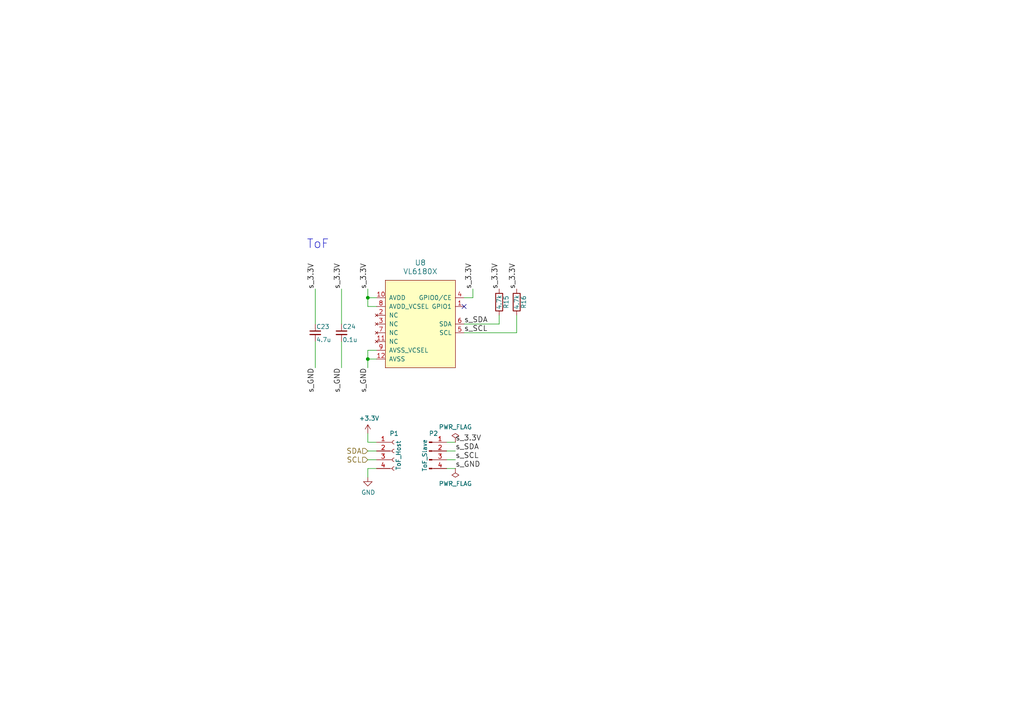
<source format=kicad_sch>
(kicad_sch (version 20230121) (generator eeschema)
  (paper "A4")
  (lib_symbols
    (symbol "Connector:Conn_01x04_Pin" (pin_names (offset 1.016) hide)
      (property "Reference" "J" (at 0 5.08 0))
      (property "Value" "Conn_01x04_Pin" (at 0 -7.62 0))
      (symbol "Conn_01x04_Pin_1_1"
        (polyline (pts (xy 1.27 -5.08) (xy 0.8636 -5.08)) (stroke (width 0.1524)))
        (polyline (pts (xy 1.27 -2.54) (xy 0.8636 -2.54)) (stroke (width 0.1524)))
        (polyline (pts (xy 1.27 0) (xy 0.8636 0)) (stroke (width 0.1524)))
        (polyline (pts (xy 1.27 2.54) (xy 0.8636 2.54)) (stroke (width 0.1524)))
        (rectangle (start 0.8636 -4.953) (end 0 -5.207) (stroke (width 0.1524)) (fill (type outline)))
        (rectangle (start 0.8636 -2.413) (end 0 -2.667) (stroke (width 0.1524)) (fill (type outline)))
        (rectangle (start 0.8636 0.127) (end 0 -0.127) (stroke (width 0.1524)) (fill (type outline)))
        (rectangle (start 0.8636 2.667) (end 0 2.413) (stroke (width 0.1524)) (fill (type outline)))
        (pin passive line (at 5.08 2.54 180) (length 3.81) (name "Pin_1") (number "1"))
        (pin passive line (at 5.08 0 180) (length 3.81) (name "Pin_2") (number "2"))
        (pin passive line (at 5.08 -2.54 180) (length 3.81) (name "Pin_3") (number "3"))
        (pin passive line (at 5.08 -5.08 180) (length 3.81) (name "Pin_4") (number "4"))
      )
    )
    (symbol "Connector:Conn_01x04_Socket" (pin_names (offset 1.016) hide)
      (property "Reference" "J" (at 0 5.08 0))
      (property "Value" "Conn_01x04_Socket" (at 0 -7.62 0))
      (symbol "Conn_01x04_Socket_1_1"
        (arc (start 0 -4.572) (mid -0.5058 -5.08) (end 0 -5.588) (stroke (width 0.1524)))
        (arc (start 0 -2.032) (mid -0.5058 -2.54) (end 0 -3.048) (stroke (width 0.1524)))
        (polyline (pts (xy -1.27 -5.08) (xy -0.508 -5.08)) (stroke (width 0.1524)))
        (polyline (pts (xy -1.27 -2.54) (xy -0.508 -2.54)) (stroke (width 0.1524)))
        (polyline (pts (xy -1.27 0) (xy -0.508 0)) (stroke (width 0.1524)))
        (polyline (pts (xy -1.27 2.54) (xy -0.508 2.54)) (stroke (width 0.1524)))
        (arc (start 0 0.508) (mid -0.5058 0) (end 0 -0.508) (stroke (width 0.1524)))
        (arc (start 0 3.048) (mid -0.5058 2.54) (end 0 2.032) (stroke (width 0.1524)))
        (pin passive line (at -5.08 2.54 0) (length 3.81) (name "Pin_1") (number "1"))
        (pin passive line (at -5.08 0 0) (length 3.81) (name "Pin_2") (number "2"))
        (pin passive line (at -5.08 -2.54 0) (length 3.81) (name "Pin_3") (number "3"))
        (pin passive line (at -5.08 -5.08 0) (length 3.81) (name "Pin_4") (number "4"))
      )
    )
    (symbol "Device:C_Small" (pin_numbers hide) (pin_names (offset 0.254) hide)
      (property "Reference" "C" (at 0.254 1.778 0))
      (property "Value" "C_Small" (at 0.254 -2.032 0))
      (symbol "C_Small_0_1"
        (polyline (pts (xy -1.524 -0.508) (xy 1.524 -0.508)) (stroke (width 0.3302)))
        (polyline (pts (xy -1.524 0.508) (xy 1.524 0.508)) (stroke (width 0.3048)))
      )
      (symbol "C_Small_1_1"
        (pin passive line (at 0 2.54 270) (length 2.032) (name "~") (number "1"))
        (pin passive line (at 0 -2.54 90) (length 2.032) (name "~") (number "2"))
      )
    )
    (symbol "Device:R" (pin_numbers hide) (pin_names (offset 0))
      (property "Reference" "R" (at 2.032 0 90))
      (property "Value" "R" (at 0 0 90))
      (symbol "R_0_1"
        (rectangle (start -1.016 -2.54) (end 1.016 2.54) (stroke (width 0.254)))
      )
      (symbol "R_1_1"
        (pin passive line (at 0 3.81 270) (length 1.27) (name "~") (number "1"))
        (pin passive line (at 0 -3.81 90) (length 1.27) (name "~") (number "2"))
      )
    )
    (symbol "KERISE:VL6180X" (pin_names (offset 1.016))
      (property "Reference" "U" (at 0 3.81 0))
      (property "Value" "VL6180X" (at 0 0 0))
      (symbol "VL6180X_0_1"
        (rectangle (start -10.16 2.54) (end 10.16 -22.86) (fill (type background)))
      )
      (symbol "VL6180X_1_1"
        (pin bidirectional line (at 12.7 -5.08 180) (length 2.54) (name "GPIO1") (number "1"))
        (pin power_in line (at -12.7 -2.54 0) (length 2.54) (name "AVDD") (number "10"))
        (pin no_connect line (at -12.7 -15.24 0) (length 2.54) (name "NC") (number "11"))
        (pin power_in line (at -12.7 -20.32 0) (length 2.54) (name "AVSS") (number "12"))
        (pin no_connect line (at -12.7 -7.62 0) (length 2.54) (name "NC") (number "2"))
        (pin no_connect line (at -12.7 -10.16 0) (length 2.54) (name "NC") (number "3"))
        (pin input line (at 12.7 -2.54 180) (length 2.54) (name "GPIO0/CE") (number "4"))
        (pin open_collector line (at 12.7 -12.7 180) (length 2.54) (name "SCL") (number "5"))
        (pin open_collector line (at 12.7 -10.16 180) (length 2.54) (name "SDA") (number "6"))
        (pin no_connect line (at -12.7 -12.7 0) (length 2.54) (name "NC") (number "7"))
        (pin power_in line (at -12.7 -5.08 0) (length 2.54) (name "AVDD_VCSEL") (number "8"))
        (pin power_in line (at -12.7 -17.78 0) (length 2.54) (name "AVSS_VCSEL") (number "9"))
      )
    )
    (symbol "power:+3.3V" (power) (pin_names (offset 0))
      (property "Value" "+3.3V" (at 0 3.556 0))
      (symbol "+3.3V_0_1"
        (polyline (pts (xy -0.762 1.27) (xy 0 2.54)))
        (polyline (pts (xy 0 0) (xy 0 2.54)))
        (polyline (pts (xy 0 2.54) (xy 0.762 1.27)))
      )
      (symbol "+3.3V_1_1"
        (pin power_in line (at 0 0 90) (length 0) hide (name "+3.3V") (number "1"))
      )
    )
    (symbol "power:GND" (power) (pin_names (offset 0))
      (property "Value" "GND" (at 0 -3.81 0))
      (symbol "GND_0_1"
        (polyline (pts (xy 0 0) (xy 0 -1.27) (xy 1.27 -1.27) (xy 0 -2.54) (xy -1.27 -1.27) (xy 0 -1.27)))
      )
      (symbol "GND_1_1"
        (pin power_in line (at 0 0 270) (length 0) hide (name "GND") (number "1"))
      )
    )
    (symbol "power:PWR_FLAG" (power) (pin_numbers hide) (pin_names (offset 0) hide)
      (property "Value" "PWR_FLAG" (at 0 3.81 0))
      (symbol "PWR_FLAG_0_0"
        (pin power_out line (at 0 0 90) (length 0) (name "pwr") (number "1"))
      )
      (symbol "PWR_FLAG_0_1"
        (polyline (pts (xy 0 0) (xy 0 1.27) (xy -1.016 1.905) (xy 0 2.54) (xy 1.016 1.905) (xy 0 1.27)))
      )
    )
  )
  (junction (at 106.68 86.36))
  (junction (at 106.68 104.14))
  (no_connect (at 134.62 88.9))
  (wire (pts (xy 149.86 96.52) (xy 134.62 96.52)))
  (wire (pts (xy 91.44 83.82) (xy 91.44 93.98)))
  (wire (pts (xy 99.06 99.06) (xy 99.06 106.68)))
  (wire (pts (xy 132.08 133.35) (xy 129.54 133.35)))
  (wire (pts (xy 106.68 104.14) (xy 109.22 104.14)))
  (wire (pts (xy 106.68 86.36) (xy 109.22 86.36)))
  (wire (pts (xy 149.86 91.44) (xy 149.86 96.52)))
  (wire (pts (xy 134.62 93.98) (xy 144.78 93.98)))
  (wire (pts (xy 137.16 83.82) (xy 137.16 86.36)))
  (wire (pts (xy 106.68 101.6) (xy 106.68 104.14)))
  (wire (pts (xy 109.22 130.81) (xy 106.68 130.81)))
  (wire (pts (xy 106.68 86.36) (xy 106.68 88.9)))
  (wire (pts (xy 106.68 101.6) (xy 109.22 101.6)))
  (wire (pts (xy 129.54 128.27) (xy 132.08 128.27)))
  (wire (pts (xy 106.68 133.35) (xy 109.22 133.35)))
  (wire (pts (xy 106.68 83.82) (xy 106.68 86.36)))
  (wire (pts (xy 106.68 88.9) (xy 109.22 88.9)))
  (wire (pts (xy 99.06 93.98) (xy 99.06 83.82)))
  (wire (pts (xy 137.16 86.36) (xy 134.62 86.36)))
  (wire (pts (xy 144.78 93.98) (xy 144.78 91.44)))
  (wire (pts (xy 106.68 125.73) (xy 106.68 128.27)))
  (wire (pts (xy 106.68 138.43) (xy 106.68 135.89)))
  (wire (pts (xy 132.08 130.81) (xy 129.54 130.81)))
  (wire (pts (xy 129.54 135.89) (xy 132.08 135.89)))
  (wire (pts (xy 106.68 128.27) (xy 109.22 128.27)))
  (wire (pts (xy 106.68 104.14) (xy 106.68 106.68)))
  (wire (pts (xy 91.44 106.68) (xy 91.44 99.06)))
  (wire (pts (xy 106.68 135.89) (xy 109.22 135.89)))
  (text "ToF" (at 88.9 72.39 0) (effects (font (size 2.54 2.54)) (justify left bottom)))
  (label "s_3.3V" (at 149.86 83.82 90) (effects (font (size 1.524 1.524))))
  (label "s_3.3V" (at 132.08 128.27 0) (effects (font (size 1.524 1.524))))
  (label "s_SCL" (at 134.62 96.52 0) (effects (font (size 1.524 1.524))))
  (label "s_GND" (at 99.06 106.68 270) (effects (font (size 1.524 1.524))))
  (label "s_3.3V" (at 91.44 83.82 90) (effects (font (size 1.524 1.524))))
  (label "s_3.3V" (at 144.78 83.82 90) (effects (font (size 1.524 1.524))))
  (label "s_GND" (at 132.08 135.89 0) (effects (font (size 1.524 1.524))))
  (label "s_3.3V" (at 106.68 83.82 90) (effects (font (size 1.524 1.524))))
  (label "s_SDA" (at 132.08 130.81 0) (effects (font (size 1.524 1.524))))
  (label "s_3.3V" (at 137.16 83.82 90) (effects (font (size 1.524 1.524))))
  (label "s_SDA" (at 134.62 93.98 0) (effects (font (size 1.524 1.524))))
  (label "s_GND" (at 91.44 106.68 270) (effects (font (size 1.524 1.524))))
  (label "s_3.3V" (at 99.06 83.82 90) (effects (font (size 1.524 1.524))))
  (label "s_SCL" (at 132.08 133.35 0) (effects (font (size 1.524 1.524))))
  (label "s_GND" (at 106.68 106.68 270) (effects (font (size 1.524 1.524))))
  (hierarchical_label "SCL" (shape input) (at 106.68 133.35 180) (effects (font (size 1.524 1.524))))
  (hierarchical_label "SDA" (shape input) (at 106.68 130.81 180) (effects (font (size 1.524 1.524))))
  (symbol (lib_id "Connector:Conn_01x04_Socket") (at 114.3 130.81 0) (unit 1)
    (property "Reference" "P1" (at 114.3 125.73 0))
    (property "Value" "ToF_Host" (at 115.57 132.08 90))
    (property "Footprint" "mouse:STAND_HOST_04" (effects hide))
  )
  (symbol (lib_id "Connector:Conn_01x04_Pin") (at 124.46 130.81 0) (unit 1)
    (property "Reference" "P2" (at 125.73 125.73 0))
    (property "Value" "ToF_Slave" (at 123.19 132.08 90))
    (property "Footprint" "mouse:STAND_SLAVE_04" (effects hide))
  )
  (symbol (lib_id "Device:C_Small") (at 99.06 96.52 0) (unit 1)
    (property "Reference" "C24" (at 99.314 94.742 0) (effects (justify left)))
    (property "Value" "0.1u" (at 99.314 98.552 0) (effects (justify left)))
    (property "Footprint" "Capacitor_SMD:C_0201_0603Metric" (effects hide))
  )
  (symbol (lib_id "Device:C_Small") (at 91.44 96.52 0) (unit 1)
    (property "Reference" "C23" (at 91.694 94.742 0) (effects (justify left)))
    (property "Value" "4.7u" (at 91.694 98.552 0) (effects (justify left)))
    (property "Footprint" "Capacitor_SMD:C_0402_1005Metric" (effects hide))
  )
  (symbol (lib_id "Device:R") (at 144.78 87.63 0) (unit 1)
    (property "Reference" "R15" (at 146.812 87.63 90))
    (property "Value" "4.7k" (at 144.78 87.63 90))
    (property "Footprint" "Resistor_SMD:R_0201_0603Metric" (effects hide))
  )
  (symbol (lib_id "Device:R") (at 149.86 87.63 0) (unit 1)
    (property "Reference" "R16" (at 151.892 87.63 90))
    (property "Value" "4.7k" (at 149.86 87.63 90))
    (property "Footprint" "Resistor_SMD:R_0201_0603Metric" (effects hide))
  )
  (symbol (lib_id "power:GND") (at 106.68 138.43 0) (unit 1)
    (property "Reference" "#PWR063" (effects hide))
    (property "Value" "GND" (at 106.807 142.8242 0))
  )
  (symbol (lib_id "power:+3.3V") (at 106.68 125.73 0) (unit 1)
    (property "Reference" "#PWR062" (effects hide))
    (property "Value" "+3.3V" (at 107.061 121.3358 0))
  )
  (symbol (lib_id "power:PWR_FLAG") (at 132.08 128.27 0) (unit 1)
    (property "Reference" "#FLG07" (effects hide))
    (property "Value" "PWR_FLAG" (at 132.08 123.8504 0))
  )
  (symbol (lib_id "power:PWR_FLAG") (at 132.08 135.89 180) (unit 1)
    (property "Reference" "#FLG08" (effects hide))
    (property "Value" "PWR_FLAG" (at 132.08 140.2842 0))
  )
  (symbol (lib_id "KERISE:VL6180X") (at 121.92 83.82 0) (unit 1)
    (property "Reference" "U8" (at 121.92 76.2 0) (effects (font (size 1.524 1.524))))
    (property "Value" "VL6180X" (at 121.92 78.74 0) (effects (font (size 1.524 1.524))))
    (property "Footprint" "mouse:VL6180X" (effects hide))
  )
)
</source>
